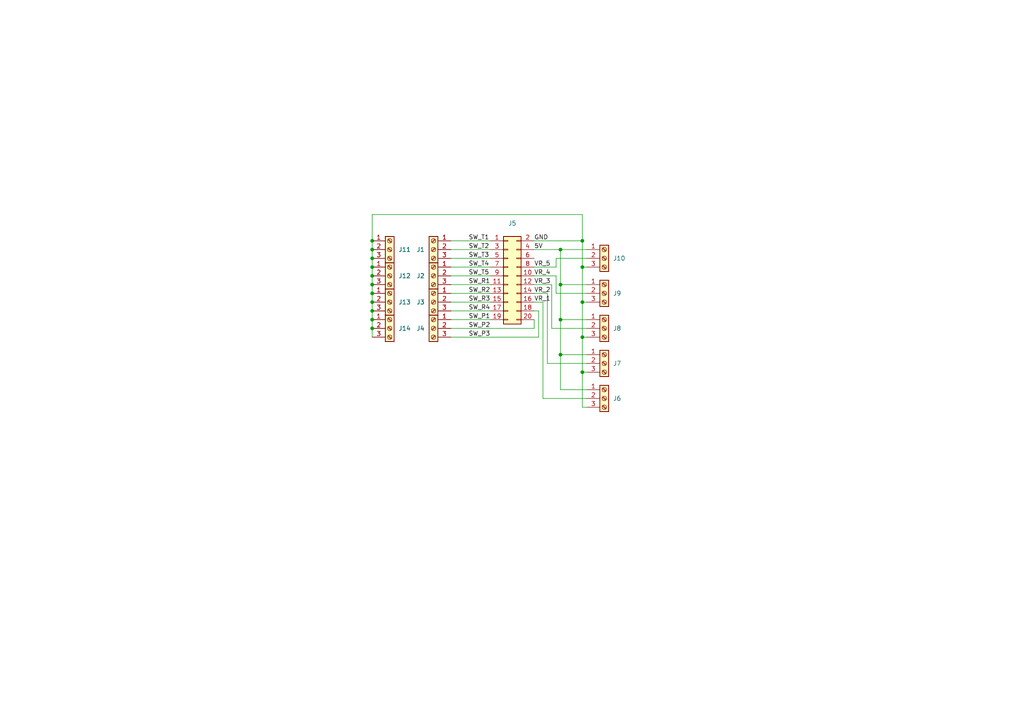
<source format=kicad_sch>
(kicad_sch (version 20211123) (generator eeschema)
  (paper "A4")
  (lib_symbols
    (symbol "Connector:Screw_Terminal_01x03" (pin_names (offset 1.016) hide)
      (property "Reference" "J" (at 0 5.08 0))
      (property "Value" "Screw_Terminal_01x03" (at 0 -5.08 0))
      (symbol "Screw_Terminal_01x03_1_1"
        (rectangle (start -1.27 3.81) (end 1.27 -3.81) (stroke (width 0.254)) (fill (type background)))
        (circle (center 0 -2.54) (radius 0.635) (stroke (width 0.1524)))
        (polyline (pts (xy -0.5334 -2.2098) (xy 0.3302 -3.048)) (stroke (width 0.1524)))
        (polyline (pts (xy -0.5334 0.3302) (xy 0.3302 -0.508)) (stroke (width 0.1524)))
        (polyline (pts (xy -0.5334 2.8702) (xy 0.3302 2.032)) (stroke (width 0.1524)))
        (polyline (pts (xy -0.3556 -2.032) (xy 0.508 -2.8702)) (stroke (width 0.1524)))
        (polyline (pts (xy -0.3556 0.508) (xy 0.508 -0.3302)) (stroke (width 0.1524)))
        (polyline (pts (xy -0.3556 3.048) (xy 0.508 2.2098)) (stroke (width 0.1524)))
        (circle (center 0 0) (radius 0.635) (stroke (width 0.1524)))
        (circle (center 0 2.54) (radius 0.635) (stroke (width 0.1524)))
        (pin passive line (at -5.08 2.54 0) (length 3.81) (name "Pin_1") (number "1"))
        (pin passive line (at -5.08 0 0) (length 3.81) (name "Pin_2") (number "2"))
        (pin passive line (at -5.08 -2.54 0) (length 3.81) (name "Pin_3") (number "3"))
      )
    )
    (symbol "Connector_Generic:Conn_02x10_Odd_Even" (pin_names (offset 1.016) hide)
      (property "Reference" "J" (at 1.27 12.7 0))
      (property "Value" "Conn_02x10_Odd_Even" (at 1.27 -15.24 0))
      (symbol "Conn_02x10_Odd_Even_1_1"
        (rectangle (start -1.27 -12.573) (end 0 -12.827) (stroke (width 0.1524)))
        (rectangle (start -1.27 -10.033) (end 0 -10.287) (stroke (width 0.1524)))
        (rectangle (start -1.27 -7.493) (end 0 -7.747) (stroke (width 0.1524)))
        (rectangle (start -1.27 -4.953) (end 0 -5.207) (stroke (width 0.1524)))
        (rectangle (start -1.27 -2.413) (end 0 -2.667) (stroke (width 0.1524)))
        (rectangle (start -1.27 0.127) (end 0 -0.127) (stroke (width 0.1524)))
        (rectangle (start -1.27 2.667) (end 0 2.413) (stroke (width 0.1524)))
        (rectangle (start -1.27 5.207) (end 0 4.953) (stroke (width 0.1524)))
        (rectangle (start -1.27 7.747) (end 0 7.493) (stroke (width 0.1524)))
        (rectangle (start -1.27 10.287) (end 0 10.033) (stroke (width 0.1524)))
        (rectangle (start -1.27 11.43) (end 3.81 -13.97) (stroke (width 0.254)) (fill (type background)))
        (rectangle (start 3.81 -12.573) (end 2.54 -12.827) (stroke (width 0.1524)))
        (rectangle (start 3.81 -10.033) (end 2.54 -10.287) (stroke (width 0.1524)))
        (rectangle (start 3.81 -7.493) (end 2.54 -7.747) (stroke (width 0.1524)))
        (rectangle (start 3.81 -4.953) (end 2.54 -5.207) (stroke (width 0.1524)))
        (rectangle (start 3.81 -2.413) (end 2.54 -2.667) (stroke (width 0.1524)))
        (rectangle (start 3.81 0.127) (end 2.54 -0.127) (stroke (width 0.1524)))
        (rectangle (start 3.81 2.667) (end 2.54 2.413) (stroke (width 0.1524)))
        (rectangle (start 3.81 5.207) (end 2.54 4.953) (stroke (width 0.1524)))
        (rectangle (start 3.81 7.747) (end 2.54 7.493) (stroke (width 0.1524)))
        (rectangle (start 3.81 10.287) (end 2.54 10.033) (stroke (width 0.1524)))
        (pin passive line (at -5.08 10.16 0) (length 3.81) (name "Pin_1") (number "1"))
        (pin passive line (at 7.62 0 180) (length 3.81) (name "Pin_10") (number "10"))
        (pin passive line (at -5.08 -2.54 0) (length 3.81) (name "Pin_11") (number "11"))
        (pin passive line (at 7.62 -2.54 180) (length 3.81) (name "Pin_12") (number "12"))
        (pin passive line (at -5.08 -5.08 0) (length 3.81) (name "Pin_13") (number "13"))
        (pin passive line (at 7.62 -5.08 180) (length 3.81) (name "Pin_14") (number "14"))
        (pin passive line (at -5.08 -7.62 0) (length 3.81) (name "Pin_15") (number "15"))
        (pin passive line (at 7.62 -7.62 180) (length 3.81) (name "Pin_16") (number "16"))
        (pin passive line (at -5.08 -10.16 0) (length 3.81) (name "Pin_17") (number "17"))
        (pin passive line (at 7.62 -10.16 180) (length 3.81) (name "Pin_18") (number "18"))
        (pin passive line (at -5.08 -12.7 0) (length 3.81) (name "Pin_19") (number "19"))
        (pin passive line (at 7.62 10.16 180) (length 3.81) (name "Pin_2") (number "2"))
        (pin passive line (at 7.62 -12.7 180) (length 3.81) (name "Pin_20") (number "20"))
        (pin passive line (at -5.08 7.62 0) (length 3.81) (name "Pin_3") (number "3"))
        (pin passive line (at 7.62 7.62 180) (length 3.81) (name "Pin_4") (number "4"))
        (pin passive line (at -5.08 5.08 0) (length 3.81) (name "Pin_5") (number "5"))
        (pin passive line (at 7.62 5.08 180) (length 3.81) (name "Pin_6") (number "6"))
        (pin passive line (at -5.08 2.54 0) (length 3.81) (name "Pin_7") (number "7"))
        (pin passive line (at 7.62 2.54 180) (length 3.81) (name "Pin_8") (number "8"))
        (pin passive line (at -5.08 0 0) (length 3.81) (name "Pin_9") (number "9"))
      )
    )
  )
  (junction (at 168.91 77.47))
  (junction (at 107.95 77.47))
  (junction (at 107.95 90.17))
  (junction (at 162.56 102.87))
  (junction (at 168.91 69.85))
  (junction (at 107.95 80.01))
  (junction (at 162.56 82.55))
  (junction (at 107.95 87.63))
  (junction (at 107.95 92.71))
  (junction (at 107.95 85.09))
  (junction (at 168.91 87.63))
  (junction (at 162.56 72.39))
  (junction (at 107.95 69.85))
  (junction (at 107.95 72.39))
  (junction (at 162.56 92.71))
  (junction (at 107.95 82.55))
  (junction (at 107.95 74.93))
  (junction (at 168.91 97.79))
  (junction (at 107.95 95.25))
  (junction (at 168.91 107.95))
  (wire (pts (xy 130.81 69.85) (xy 142.24 69.85)))
  (wire (pts (xy 130.81 97.79) (xy 156.21 97.79)))
  (wire (pts (xy 107.95 72.39) (xy 107.95 74.93)))
  (wire (pts (xy 130.81 90.17) (xy 142.24 90.17)))
  (wire (pts (xy 154.94 72.39) (xy 162.56 72.39)))
  (wire (pts (xy 157.48 115.57) (xy 157.48 87.63)))
  (wire (pts (xy 107.95 87.63) (xy 107.95 90.17)))
  (wire (pts (xy 162.56 72.39) (xy 170.18 72.39)))
  (wire (pts (xy 130.81 72.39) (xy 142.24 72.39)))
  (wire (pts (xy 170.18 118.11) (xy 168.91 118.11)))
  (wire (pts (xy 158.75 85.09) (xy 154.94 85.09)))
  (wire (pts (xy 130.81 74.93) (xy 142.24 74.93)))
  (wire (pts (xy 130.81 80.01) (xy 142.24 80.01)))
  (wire (pts (xy 107.95 77.47) (xy 107.95 80.01)))
  (wire (pts (xy 160.02 95.25) (xy 160.02 82.55)))
  (wire (pts (xy 168.91 69.85) (xy 168.91 77.47)))
  (wire (pts (xy 161.29 77.47) (xy 154.94 77.47)))
  (wire (pts (xy 130.81 85.09) (xy 142.24 85.09)))
  (wire (pts (xy 170.18 97.79) (xy 168.91 97.79)))
  (wire (pts (xy 107.95 92.71) (xy 107.95 95.25)))
  (wire (pts (xy 107.95 95.25) (xy 107.95 97.79)))
  (wire (pts (xy 162.56 82.55) (xy 162.56 92.71)))
  (wire (pts (xy 170.18 107.95) (xy 168.91 107.95)))
  (wire (pts (xy 170.18 115.57) (xy 157.48 115.57)))
  (wire (pts (xy 168.91 107.95) (xy 168.91 118.11)))
  (wire (pts (xy 130.81 77.47) (xy 142.24 77.47)))
  (wire (pts (xy 107.95 90.17) (xy 107.95 92.71)))
  (wire (pts (xy 168.91 97.79) (xy 168.91 107.95)))
  (wire (pts (xy 170.18 87.63) (xy 168.91 87.63)))
  (wire (pts (xy 158.75 105.41) (xy 158.75 85.09)))
  (wire (pts (xy 154.94 69.85) (xy 168.91 69.85)))
  (wire (pts (xy 162.56 92.71) (xy 170.18 92.71)))
  (wire (pts (xy 130.81 95.25) (xy 154.94 95.25)))
  (wire (pts (xy 161.29 80.01) (xy 154.94 80.01)))
  (wire (pts (xy 107.95 85.09) (xy 107.95 87.63)))
  (wire (pts (xy 161.29 74.93) (xy 161.29 77.47)))
  (wire (pts (xy 170.18 95.25) (xy 160.02 95.25)))
  (wire (pts (xy 130.81 82.55) (xy 142.24 82.55)))
  (wire (pts (xy 160.02 82.55) (xy 154.94 82.55)))
  (wire (pts (xy 170.18 77.47) (xy 168.91 77.47)))
  (wire (pts (xy 107.95 74.93) (xy 107.95 77.47)))
  (wire (pts (xy 168.91 77.47) (xy 168.91 87.63)))
  (wire (pts (xy 107.95 82.55) (xy 107.95 85.09)))
  (wire (pts (xy 168.91 62.23) (xy 168.91 69.85)))
  (wire (pts (xy 168.91 97.79) (xy 168.91 87.63)))
  (wire (pts (xy 162.56 113.03) (xy 170.18 113.03)))
  (wire (pts (xy 130.81 92.71) (xy 142.24 92.71)))
  (wire (pts (xy 162.56 102.87) (xy 170.18 102.87)))
  (wire (pts (xy 107.95 62.23) (xy 168.91 62.23)))
  (wire (pts (xy 162.56 92.71) (xy 162.56 102.87)))
  (wire (pts (xy 161.29 85.09) (xy 161.29 80.01)))
  (wire (pts (xy 170.18 74.93) (xy 161.29 74.93)))
  (wire (pts (xy 162.56 102.87) (xy 162.56 113.03)))
  (wire (pts (xy 156.21 90.17) (xy 156.21 97.79)))
  (wire (pts (xy 157.48 87.63) (xy 154.94 87.63)))
  (wire (pts (xy 107.95 69.85) (xy 107.95 72.39)))
  (wire (pts (xy 170.18 105.41) (xy 158.75 105.41)))
  (wire (pts (xy 107.95 80.01) (xy 107.95 82.55)))
  (wire (pts (xy 154.94 90.17) (xy 156.21 90.17)))
  (wire (pts (xy 170.18 82.55) (xy 162.56 82.55)))
  (wire (pts (xy 154.94 95.25) (xy 154.94 92.71)))
  (wire (pts (xy 170.18 85.09) (xy 161.29 85.09)))
  (wire (pts (xy 107.95 69.85) (xy 107.95 62.23)))
  (wire (pts (xy 130.81 87.63) (xy 142.24 87.63)))
  (wire (pts (xy 162.56 82.55) (xy 162.56 72.39)))
  (label "VR_1" (at 154.94 87.63 0))
  (label "VR_4" (at 154.94 80.01 0))
  (label "SW_T5" (at 135.89 80.01 0))
  (label "SW_P1" (at 135.89 92.71 0))
  (label "SW_T4" (at 135.89 77.47 0))
  (label "SW_R4" (at 135.89 90.17 0))
  (label "5V" (at 154.94 72.39 0))
  (label "VR_3" (at 154.94 82.55 0))
  (label "SW_T1" (at 135.89 69.85 0))
  (label "SW_R1" (at 135.89 82.55 0))
  (label "SW_P3" (at 135.89 97.79 0))
  (label "GND" (at 154.94 69.85 0))
  (label "SW_T2" (at 135.89 72.39 0))
  (label "SW_T3" (at 135.89 74.93 0))
  (label "VR_2" (at 154.94 85.09 0))
  (label "SW_R3" (at 135.89 87.63 0))
  (label "SW_R2" (at 135.89 85.09 0))
  (label "VR_5" (at 154.94 77.47 0))
  (label "SW_P2" (at 135.89 95.25 0))
  (symbol (lib_id "Connector:Screw_Terminal_01x03") (at 125.73 95.25 0) (mirror y) (unit 1)
    (property "Reference" "J4" (at 123.19 95.25 0) (effects (justify left)))
    (property "Value" "Screw_Terminal_01x03" (effects hide))
    (property "Footprint" "TerminalBlock:TerminalBlock_bornier-3_P5.08mm" (effects hide))
  )
  (symbol (lib_id "Connector:Screw_Terminal_01x03") (at 125.73 72.39 0) (mirror y) (unit 1)
    (property "Reference" "J1" (at 123.19 72.39 0) (effects (justify left)))
    (property "Value" "Screw_Terminal_01x03" (effects hide))
    (property "Footprint" "TerminalBlock:TerminalBlock_bornier-3_P5.08mm" (effects hide))
  )
  (symbol (lib_id "Connector:Screw_Terminal_01x03") (at 125.73 80.01 0) (mirror y) (unit 1)
    (property "Reference" "J2" (at 123.19 80.01 0) (effects (justify left)))
    (property "Value" "Screw_Terminal_01x03" (effects hide))
    (property "Footprint" "TerminalBlock:TerminalBlock_bornier-3_P5.08mm" (effects hide))
  )
  (symbol (lib_id "Connector:Screw_Terminal_01x03") (at 113.03 87.63 0) (unit 1)
    (property "Reference" "J13" (at 115.57 87.63 0) (effects (justify left)))
    (property "Value" "Screw_Terminal_01x03" (effects hide))
    (property "Footprint" "TerminalBlock:TerminalBlock_bornier-3_P5.08mm" (effects hide))
  )
  (symbol (lib_id "Connector:Screw_Terminal_01x03") (at 113.03 80.01 0) (unit 1)
    (property "Reference" "J12" (at 115.57 80.01 0) (effects (justify left)))
    (property "Value" "Screw_Terminal_01x03" (effects hide))
    (property "Footprint" "TerminalBlock:TerminalBlock_bornier-3_P5.08mm" (effects hide))
  )
  (symbol (lib_id "Connector:Screw_Terminal_01x03") (at 175.26 95.25 0) (unit 1)
    (property "Reference" "J8" (at 177.8 95.25 0) (effects (justify left)))
    (property "Value" "Screw_Terminal_01x03" (effects hide))
    (property "Footprint" "TerminalBlock:TerminalBlock_bornier-3_P5.08mm" (effects hide))
  )
  (symbol (lib_id "Connector:Screw_Terminal_01x03") (at 113.03 72.39 0) (unit 1)
    (property "Reference" "J11" (at 115.57 72.39 0) (effects (justify left)))
    (property "Value" "Screw_Terminal_01x03" (effects hide))
    (property "Footprint" "TerminalBlock:TerminalBlock_bornier-3_P5.08mm" (effects hide))
  )
  (symbol (lib_id "Connector:Screw_Terminal_01x03") (at 113.03 95.25 0) (unit 1)
    (property "Reference" "J14" (at 115.57 95.25 0) (effects (justify left)))
    (property "Value" "Screw_Terminal_01x03" (effects hide))
    (property "Footprint" "TerminalBlock:TerminalBlock_bornier-3_P5.08mm" (effects hide))
  )
  (symbol (lib_id "Connector:Screw_Terminal_01x03") (at 125.73 87.63 0) (mirror y) (unit 1)
    (property "Reference" "J3" (at 123.19 87.63 0) (effects (justify left)))
    (property "Value" "Screw_Terminal_01x03" (effects hide))
    (property "Footprint" "TerminalBlock:TerminalBlock_bornier-3_P5.08mm" (effects hide))
  )
  (symbol (lib_id "Connector_Generic:Conn_02x10_Odd_Even") (at 147.32 80.01 0) (unit 1)
    (property "Reference" "J5" (at 148.59 64.77 0))
    (property "Value" "J_IDC_SW_IN" (effects hide))
    (property "Footprint" "Connector_IDC:IDC-Header_2x10_P2.54mm_Vertical" (effects hide))
  )
  (symbol (lib_id "Connector:Screw_Terminal_01x03") (at 175.26 115.57 0) (unit 1)
    (property "Reference" "J6" (at 177.8 115.57 0) (effects (justify left)))
    (property "Value" "Screw_Terminal_01x03" (effects hide))
    (property "Footprint" "TerminalBlock:TerminalBlock_bornier-3_P5.08mm" (effects hide))
  )
  (symbol (lib_id "Connector:Screw_Terminal_01x03") (at 175.26 85.09 0) (unit 1)
    (property "Reference" "J9" (at 177.8 85.09 0) (effects (justify left)))
    (property "Value" "Screw_Terminal_01x03" (effects hide))
    (property "Footprint" "TerminalBlock:TerminalBlock_bornier-3_P5.08mm" (effects hide))
  )
  (symbol (lib_id "Connector:Screw_Terminal_01x03") (at 175.26 105.41 0) (unit 1)
    (property "Reference" "J7" (at 177.8 105.41 0) (effects (justify left)))
    (property "Value" "Screw_Terminal_01x03" (effects hide))
    (property "Footprint" "TerminalBlock:TerminalBlock_bornier-3_P5.08mm" (effects hide))
  )
  (symbol (lib_id "Connector:Screw_Terminal_01x03") (at 175.26 74.93 0) (unit 1)
    (property "Reference" "J10" (at 177.8 74.93 0) (effects (justify left)))
    (property "Value" "Screw_Terminal_01x03" (effects hide))
    (property "Footprint" "TerminalBlock:TerminalBlock_bornier-3_P5.08mm" (effects hide))
  )
)
</source>
